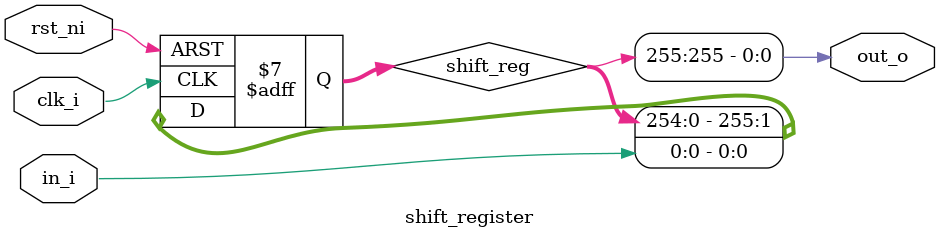
<source format=sv>
module shift_register (
    input  logic    clk_i,
    input  logic    in_i,
    input  logic    rst_ni,
    output logic    out_o
);

    localparam BITS = 256;

    logic [BITS-1:0] shift_reg;
    
    always_ff @(posedge clk_i, negedge rst_ni) begin
        if (!rst_ni) begin
            shift_reg <= '0;
        end else begin
            for (int i=0; i<BITS; i++) begin
                if (i==0) begin
                    shift_reg[i] <= in_i;
                end else begin
                    shift_reg[i] <= shift_reg[i-1];
                end
            end
        end
    end
    
    assign out_o = shift_reg[BITS-1]; 

endmodule


</source>
